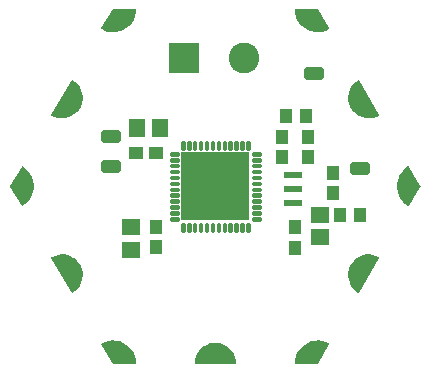
<source format=gbr>
G04 EAGLE Gerber RS-274X export*
G75*
%MOMM*%
%FSLAX34Y34*%
%LPD*%
%INSoldermask Bottom*%
%IPPOS*%
%AMOC8*
5,1,8,0,0,1.08239X$1,22.5*%
G01*
%ADD10R,1.101600X1.201600*%
%ADD11R,1.601600X1.401600*%
%ADD12C,0.225016*%
%ADD13R,5.801588X5.801588*%
%ADD14R,1.501597X0.501600*%
%ADD15R,1.401600X1.601600*%
%ADD16R,1.201600X1.101600*%
%ADD17C,0.605878*%
%ADD18C,1.101600*%
%ADD19R,2.601600X2.601600*%
%ADD20C,2.601600*%

G36*
X363231Y195709D02*
X363231Y195709D01*
X363260Y195706D01*
X363327Y195728D01*
X363397Y195742D01*
X363421Y195759D01*
X363449Y195768D01*
X363502Y195815D01*
X363561Y195855D01*
X363577Y195879D01*
X363599Y195899D01*
X363630Y195963D01*
X363668Y196022D01*
X363673Y196051D01*
X363685Y196077D01*
X363694Y196177D01*
X363701Y196219D01*
X363698Y196229D01*
X363700Y196243D01*
X363468Y199041D01*
X363458Y199075D01*
X363454Y199123D01*
X362765Y201844D01*
X362750Y201876D01*
X362738Y201922D01*
X361610Y204494D01*
X361590Y204522D01*
X361571Y204566D01*
X360035Y206917D01*
X360011Y206941D01*
X359985Y206982D01*
X358083Y209047D01*
X358055Y209068D01*
X358022Y209103D01*
X355807Y210828D01*
X355776Y210843D01*
X355738Y210873D01*
X353268Y212209D01*
X353235Y212219D01*
X353193Y212242D01*
X352007Y212650D01*
X350553Y213149D01*
X350537Y213154D01*
X350503Y213159D01*
X350457Y213174D01*
X347688Y213636D01*
X347653Y213635D01*
X347606Y213643D01*
X344798Y213643D01*
X344764Y213636D01*
X344716Y213636D01*
X341947Y213174D01*
X341914Y213162D01*
X341867Y213154D01*
X339211Y212242D01*
X339181Y212225D01*
X339136Y212209D01*
X336666Y210873D01*
X336640Y210851D01*
X336597Y210828D01*
X334382Y209103D01*
X334359Y209077D01*
X334321Y209047D01*
X332419Y206982D01*
X332401Y206952D01*
X332369Y206917D01*
X330833Y204566D01*
X330820Y204534D01*
X330794Y204494D01*
X329666Y201922D01*
X329659Y201889D01*
X329656Y201882D01*
X329650Y201873D01*
X329649Y201867D01*
X329639Y201844D01*
X328950Y199123D01*
X328948Y199088D01*
X328936Y199041D01*
X328704Y196243D01*
X328708Y196214D01*
X328703Y196185D01*
X328720Y196116D01*
X328728Y196046D01*
X328742Y196020D01*
X328749Y195992D01*
X328791Y195935D01*
X328826Y195873D01*
X328850Y195855D01*
X328867Y195832D01*
X328928Y195796D01*
X328985Y195753D01*
X329013Y195745D01*
X329038Y195730D01*
X329136Y195714D01*
X329177Y195703D01*
X329188Y195705D01*
X329202Y195703D01*
X363202Y195703D01*
X363231Y195709D01*
G37*
G36*
X224809Y256012D02*
X224809Y256012D01*
X224880Y256009D01*
X224907Y256019D01*
X224936Y256021D01*
X225026Y256063D01*
X225066Y256078D01*
X225074Y256086D01*
X225087Y256092D01*
X227390Y257691D01*
X227414Y257717D01*
X227454Y257744D01*
X229463Y259701D01*
X229482Y259730D01*
X229517Y259763D01*
X231176Y262024D01*
X231191Y262055D01*
X231220Y262094D01*
X232484Y264597D01*
X232493Y264631D01*
X232515Y264674D01*
X233351Y267351D01*
X233354Y267385D01*
X233369Y267431D01*
X233752Y270210D01*
X233750Y270244D01*
X233756Y270292D01*
X233677Y273095D01*
X233669Y273129D01*
X233668Y273177D01*
X233129Y275929D01*
X233115Y275961D01*
X233106Y276009D01*
X232121Y278634D01*
X232106Y278659D01*
X232101Y278679D01*
X232093Y278690D01*
X232086Y278709D01*
X230682Y281137D01*
X230659Y281163D01*
X230635Y281205D01*
X228851Y283368D01*
X228824Y283390D01*
X228793Y283427D01*
X226677Y285268D01*
X226647Y285285D01*
X226611Y285317D01*
X224220Y286784D01*
X224188Y286795D01*
X224147Y286821D01*
X221548Y287874D01*
X221514Y287881D01*
X221469Y287899D01*
X218732Y288510D01*
X218697Y288511D01*
X218650Y288522D01*
X215850Y288674D01*
X215816Y288669D01*
X215768Y288672D01*
X212980Y288362D01*
X212947Y288351D01*
X212899Y288346D01*
X210201Y287581D01*
X210171Y287565D01*
X210124Y287552D01*
X207589Y286353D01*
X207565Y286336D01*
X207538Y286326D01*
X207486Y286277D01*
X207429Y286234D01*
X207415Y286209D01*
X207394Y286189D01*
X207365Y286124D01*
X207329Y286063D01*
X207326Y286034D01*
X207314Y286007D01*
X207313Y285936D01*
X207304Y285865D01*
X207312Y285837D01*
X207312Y285808D01*
X207346Y285715D01*
X207358Y285674D01*
X207365Y285665D01*
X207370Y285652D01*
X224370Y256252D01*
X224389Y256230D01*
X224402Y256204D01*
X224455Y256156D01*
X224502Y256103D01*
X224528Y256091D01*
X224550Y256071D01*
X224617Y256048D01*
X224681Y256018D01*
X224710Y256016D01*
X224738Y256007D01*
X224809Y256012D01*
G37*
G36*
X476588Y403735D02*
X476588Y403735D01*
X476636Y403732D01*
X479424Y404042D01*
X479457Y404053D01*
X479505Y404058D01*
X482203Y404823D01*
X482233Y404839D01*
X482280Y404852D01*
X484815Y406051D01*
X484839Y406068D01*
X484866Y406078D01*
X484918Y406127D01*
X484975Y406170D01*
X484989Y406195D01*
X485011Y406215D01*
X485039Y406280D01*
X485075Y406342D01*
X485078Y406370D01*
X485090Y406397D01*
X485091Y406468D01*
X485100Y406539D01*
X485092Y406567D01*
X485092Y406596D01*
X485058Y406689D01*
X485046Y406730D01*
X485039Y406739D01*
X485034Y406752D01*
X468034Y436152D01*
X468015Y436174D01*
X468002Y436200D01*
X467949Y436248D01*
X467902Y436301D01*
X467876Y436313D01*
X467854Y436333D01*
X467787Y436356D01*
X467723Y436386D01*
X467694Y436388D01*
X467666Y436397D01*
X467595Y436392D01*
X467524Y436395D01*
X467497Y436385D01*
X467468Y436383D01*
X467378Y436341D01*
X467338Y436326D01*
X467330Y436318D01*
X467317Y436312D01*
X465014Y434713D01*
X464990Y434688D01*
X464950Y434660D01*
X462941Y432703D01*
X462922Y432674D01*
X462887Y432641D01*
X461228Y430380D01*
X461213Y430349D01*
X461184Y430310D01*
X459920Y427807D01*
X459911Y427773D01*
X459889Y427730D01*
X459053Y425053D01*
X459050Y425019D01*
X459035Y424973D01*
X458652Y422194D01*
X458654Y422160D01*
X458648Y422112D01*
X458727Y419309D01*
X458735Y419275D01*
X458736Y419227D01*
X459275Y416475D01*
X459289Y416443D01*
X459298Y416395D01*
X460283Y413770D01*
X460301Y413740D01*
X460318Y413695D01*
X461722Y411267D01*
X461745Y411241D01*
X461769Y411200D01*
X463553Y409036D01*
X463580Y409014D01*
X463611Y408977D01*
X465727Y407136D01*
X465757Y407119D01*
X465793Y407088D01*
X468184Y405620D01*
X468216Y405609D01*
X468257Y405583D01*
X470856Y404530D01*
X470890Y404523D01*
X470935Y404505D01*
X473672Y403894D01*
X473707Y403893D01*
X473754Y403882D01*
X476554Y403730D01*
X476588Y403735D01*
G37*
G36*
X467628Y256013D02*
X467628Y256013D01*
X467699Y256012D01*
X467726Y256023D01*
X467755Y256027D01*
X467817Y256061D01*
X467882Y256089D01*
X467903Y256110D01*
X467928Y256124D01*
X467991Y256200D01*
X468021Y256231D01*
X468025Y256241D01*
X468034Y256252D01*
X485034Y285652D01*
X485043Y285680D01*
X485060Y285704D01*
X485075Y285773D01*
X485097Y285841D01*
X485095Y285870D01*
X485101Y285898D01*
X485088Y285968D01*
X485082Y286039D01*
X485069Y286065D01*
X485063Y286093D01*
X485023Y286152D01*
X484991Y286215D01*
X484968Y286234D01*
X484952Y286258D01*
X484870Y286315D01*
X484837Y286342D01*
X484827Y286345D01*
X484815Y286353D01*
X482280Y287552D01*
X482246Y287560D01*
X482203Y287581D01*
X479505Y288346D01*
X479470Y288348D01*
X479424Y288362D01*
X476636Y288672D01*
X476602Y288669D01*
X476554Y288674D01*
X473754Y288522D01*
X473720Y288513D01*
X473672Y288510D01*
X470935Y287899D01*
X470903Y287885D01*
X470856Y287874D01*
X468257Y286821D01*
X468228Y286802D01*
X468184Y286784D01*
X465793Y285317D01*
X465768Y285293D01*
X465727Y285268D01*
X463611Y283427D01*
X463590Y283400D01*
X463553Y283368D01*
X461769Y281205D01*
X461753Y281174D01*
X461722Y281137D01*
X460318Y278709D01*
X460307Y278676D01*
X460300Y278663D01*
X460290Y278649D01*
X460290Y278646D01*
X460283Y278634D01*
X459298Y276009D01*
X459292Y275974D01*
X459275Y275929D01*
X458736Y273177D01*
X458736Y273143D01*
X458727Y273095D01*
X458648Y270292D01*
X458654Y270258D01*
X458652Y270210D01*
X459035Y267431D01*
X459047Y267399D01*
X459053Y267351D01*
X459889Y264674D01*
X459906Y264643D01*
X459920Y264597D01*
X461184Y262094D01*
X461206Y262067D01*
X461228Y262024D01*
X462887Y259763D01*
X462913Y259740D01*
X462941Y259701D01*
X464950Y257744D01*
X464979Y257725D01*
X465014Y257691D01*
X467317Y256092D01*
X467344Y256080D01*
X467367Y256062D01*
X467435Y256041D01*
X467500Y256013D01*
X467529Y256013D01*
X467557Y256005D01*
X467628Y256013D01*
G37*
G36*
X218650Y403882D02*
X218650Y403882D01*
X218684Y403891D01*
X218732Y403894D01*
X221469Y404505D01*
X221501Y404519D01*
X221548Y404530D01*
X224147Y405583D01*
X224176Y405602D01*
X224220Y405620D01*
X226611Y407088D01*
X226636Y407111D01*
X226677Y407136D01*
X228793Y408977D01*
X228814Y409004D01*
X228851Y409036D01*
X230635Y411200D01*
X230651Y411230D01*
X230682Y411267D01*
X232086Y413695D01*
X232097Y413728D01*
X232121Y413770D01*
X233106Y416395D01*
X233112Y416430D01*
X233129Y416475D01*
X233668Y419227D01*
X233668Y419262D01*
X233677Y419309D01*
X233756Y422112D01*
X233751Y422146D01*
X233752Y422194D01*
X233369Y424973D01*
X233357Y425005D01*
X233351Y425053D01*
X232515Y427730D01*
X232498Y427761D01*
X232484Y427807D01*
X231220Y430310D01*
X231198Y430337D01*
X231176Y430380D01*
X229517Y432641D01*
X229491Y432664D01*
X229463Y432703D01*
X227454Y434660D01*
X227425Y434679D01*
X227390Y434713D01*
X225087Y436312D01*
X225060Y436324D01*
X225037Y436342D01*
X224969Y436363D01*
X224904Y436391D01*
X224875Y436391D01*
X224847Y436399D01*
X224776Y436391D01*
X224705Y436392D01*
X224678Y436381D01*
X224649Y436377D01*
X224587Y436343D01*
X224522Y436315D01*
X224501Y436294D01*
X224476Y436280D01*
X224413Y436204D01*
X224383Y436173D01*
X224379Y436163D01*
X224370Y436152D01*
X207370Y406752D01*
X207361Y406724D01*
X207344Y406700D01*
X207329Y406631D01*
X207307Y406563D01*
X207309Y406534D01*
X207303Y406506D01*
X207316Y406436D01*
X207322Y406365D01*
X207335Y406339D01*
X207341Y406311D01*
X207381Y406252D01*
X207413Y406189D01*
X207436Y406170D01*
X207452Y406146D01*
X207534Y406089D01*
X207567Y406062D01*
X207577Y406059D01*
X207589Y406051D01*
X210124Y404852D01*
X210158Y404844D01*
X210201Y404823D01*
X212899Y404058D01*
X212934Y404056D01*
X212980Y404042D01*
X215768Y403732D01*
X215802Y403735D01*
X215850Y403730D01*
X218650Y403882D01*
G37*
G36*
X509929Y329213D02*
X509929Y329213D01*
X510000Y329213D01*
X510027Y329224D01*
X510056Y329227D01*
X510118Y329262D01*
X510183Y329290D01*
X510204Y329310D01*
X510229Y329325D01*
X510292Y329402D01*
X510322Y329432D01*
X510326Y329442D01*
X510335Y329453D01*
X519835Y345953D01*
X519845Y345985D01*
X519854Y345998D01*
X519858Y346022D01*
X519859Y346026D01*
X519890Y346096D01*
X519890Y346120D01*
X519898Y346142D01*
X519892Y346218D01*
X519893Y346295D01*
X519883Y346319D01*
X519882Y346340D01*
X519861Y346379D01*
X519835Y346451D01*
X510335Y362951D01*
X510316Y362973D01*
X510303Y362999D01*
X510250Y363047D01*
X510203Y363100D01*
X510177Y363113D01*
X510156Y363132D01*
X510088Y363155D01*
X510024Y363186D01*
X509995Y363188D01*
X509968Y363197D01*
X509896Y363192D01*
X509825Y363195D01*
X509798Y363185D01*
X509769Y363183D01*
X509679Y363141D01*
X509639Y363126D01*
X509631Y363119D01*
X509618Y363113D01*
X507095Y361371D01*
X507071Y361347D01*
X507033Y361320D01*
X504821Y359196D01*
X504802Y359168D01*
X504768Y359136D01*
X502926Y356685D01*
X502912Y356654D01*
X502883Y356617D01*
X501458Y353902D01*
X501449Y353871D01*
X501433Y353846D01*
X501432Y353838D01*
X501427Y353828D01*
X500456Y350920D01*
X500452Y350886D01*
X500437Y350842D01*
X499945Y347815D01*
X499946Y347781D01*
X499938Y347735D01*
X499938Y344669D01*
X499939Y344665D01*
X499939Y344663D01*
X499945Y344636D01*
X499945Y344589D01*
X500437Y341562D01*
X500449Y341531D01*
X500456Y341484D01*
X501427Y338576D01*
X501444Y338547D01*
X501458Y338502D01*
X502883Y335787D01*
X502905Y335761D01*
X502926Y335719D01*
X504768Y333268D01*
X504793Y333245D01*
X504821Y333208D01*
X507033Y331084D01*
X507061Y331066D01*
X507095Y331033D01*
X509618Y329291D01*
X509645Y329280D01*
X509667Y329261D01*
X509736Y329241D01*
X509801Y329213D01*
X509830Y329213D01*
X509858Y329205D01*
X509929Y329213D01*
G37*
G36*
X182508Y329212D02*
X182508Y329212D01*
X182579Y329209D01*
X182606Y329219D01*
X182635Y329221D01*
X182725Y329263D01*
X182765Y329278D01*
X182773Y329285D01*
X182786Y329291D01*
X185309Y331033D01*
X185333Y331057D01*
X185371Y331084D01*
X187583Y333208D01*
X187602Y333236D01*
X187636Y333268D01*
X189478Y335719D01*
X189492Y335750D01*
X189521Y335787D01*
X190946Y338502D01*
X190955Y338535D01*
X190977Y338576D01*
X191948Y341484D01*
X191952Y341518D01*
X191967Y341562D01*
X192459Y344589D01*
X192458Y344623D01*
X192466Y344669D01*
X192466Y347735D01*
X192459Y347768D01*
X192459Y347815D01*
X191967Y350842D01*
X191955Y350873D01*
X191948Y350920D01*
X190977Y353828D01*
X190964Y353851D01*
X190958Y353876D01*
X190951Y353885D01*
X190946Y353902D01*
X189521Y356617D01*
X189499Y356643D01*
X189478Y356685D01*
X187636Y359136D01*
X187611Y359159D01*
X187583Y359196D01*
X185371Y361320D01*
X185343Y361338D01*
X185309Y361371D01*
X182786Y363113D01*
X182759Y363124D01*
X182737Y363143D01*
X182668Y363163D01*
X182603Y363191D01*
X182574Y363191D01*
X182546Y363199D01*
X182475Y363191D01*
X182404Y363192D01*
X182377Y363180D01*
X182348Y363177D01*
X182286Y363142D01*
X182221Y363114D01*
X182200Y363094D01*
X182175Y363079D01*
X182112Y363002D01*
X182082Y362972D01*
X182078Y362962D01*
X182069Y362951D01*
X172569Y346451D01*
X172545Y346378D01*
X172514Y346308D01*
X172514Y346284D01*
X172506Y346262D01*
X172513Y346186D01*
X172512Y346109D01*
X172521Y346085D01*
X172522Y346064D01*
X172543Y346025D01*
X172562Y345973D01*
X172563Y345967D01*
X172565Y345965D01*
X172569Y345953D01*
X182069Y329453D01*
X182088Y329431D01*
X182101Y329405D01*
X182154Y329357D01*
X182201Y329304D01*
X182227Y329291D01*
X182249Y329272D01*
X182316Y329249D01*
X182380Y329218D01*
X182409Y329217D01*
X182436Y329207D01*
X182508Y329212D01*
G37*
G36*
X432878Y195718D02*
X432878Y195718D01*
X432956Y195727D01*
X432975Y195738D01*
X432997Y195742D01*
X433061Y195786D01*
X433129Y195825D01*
X433145Y195844D01*
X433161Y195855D01*
X433185Y195893D01*
X433235Y195953D01*
X442735Y212453D01*
X442744Y212480D01*
X442760Y212504D01*
X442775Y212574D01*
X442798Y212642D01*
X442795Y212670D01*
X442801Y212698D01*
X442788Y212769D01*
X442782Y212840D01*
X442769Y212865D01*
X442763Y212893D01*
X442723Y212953D01*
X442690Y213016D01*
X442668Y213034D01*
X442652Y213058D01*
X442569Y213116D01*
X442537Y213143D01*
X442526Y213146D01*
X442516Y213153D01*
X439750Y214462D01*
X439717Y214470D01*
X439674Y214490D01*
X436734Y215338D01*
X436700Y215341D01*
X436656Y215354D01*
X433618Y215719D01*
X433584Y215716D01*
X433537Y215722D01*
X430480Y215595D01*
X430447Y215587D01*
X430400Y215586D01*
X427403Y214970D01*
X427372Y214957D01*
X427326Y214948D01*
X424466Y213859D01*
X424438Y213841D01*
X424394Y213825D01*
X421746Y212291D01*
X421720Y212269D01*
X421680Y212246D01*
X419312Y210308D01*
X419290Y210281D01*
X419254Y210252D01*
X417227Y207959D01*
X417211Y207930D01*
X417179Y207895D01*
X415547Y205307D01*
X415535Y205275D01*
X415510Y205236D01*
X414314Y202419D01*
X414307Y202386D01*
X414304Y202379D01*
X414300Y202373D01*
X414299Y202367D01*
X414288Y202343D01*
X413560Y199371D01*
X413558Y199337D01*
X413547Y199292D01*
X413304Y196242D01*
X413308Y196213D01*
X413303Y196185D01*
X413320Y196116D01*
X413328Y196044D01*
X413343Y196020D01*
X413349Y195992D01*
X413392Y195934D01*
X413428Y195872D01*
X413450Y195855D01*
X413467Y195832D01*
X413529Y195795D01*
X413586Y195752D01*
X413614Y195745D01*
X413638Y195730D01*
X413738Y195714D01*
X413779Y195703D01*
X413789Y195705D01*
X413802Y195703D01*
X432802Y195703D01*
X432878Y195718D01*
G37*
G36*
X433571Y476687D02*
X433571Y476687D01*
X433618Y476685D01*
X436656Y477050D01*
X436688Y477061D01*
X436734Y477066D01*
X439674Y477914D01*
X439704Y477930D01*
X439750Y477942D01*
X442516Y479251D01*
X442538Y479268D01*
X442565Y479278D01*
X442617Y479327D01*
X442675Y479370D01*
X442689Y479395D01*
X442710Y479414D01*
X442739Y479480D01*
X442775Y479542D01*
X442778Y479570D01*
X442790Y479596D01*
X442791Y479668D01*
X442800Y479739D01*
X442792Y479766D01*
X442793Y479795D01*
X442757Y479890D01*
X442746Y479930D01*
X442739Y479939D01*
X442735Y479951D01*
X433235Y496451D01*
X433183Y496510D01*
X433137Y496572D01*
X433118Y496583D01*
X433103Y496600D01*
X433033Y496634D01*
X432966Y496674D01*
X432942Y496678D01*
X432924Y496686D01*
X432879Y496688D01*
X432802Y496701D01*
X413802Y496701D01*
X413774Y496696D01*
X413746Y496698D01*
X413678Y496676D01*
X413607Y496662D01*
X413584Y496646D01*
X413557Y496637D01*
X413502Y496590D01*
X413443Y496549D01*
X413428Y496525D01*
X413407Y496507D01*
X413375Y496442D01*
X413336Y496382D01*
X413331Y496354D01*
X413319Y496328D01*
X413310Y496227D01*
X413303Y496185D01*
X413305Y496175D01*
X413304Y496162D01*
X413547Y493112D01*
X413556Y493080D01*
X413560Y493033D01*
X414288Y490061D01*
X414303Y490030D01*
X414314Y489985D01*
X415510Y487168D01*
X415529Y487140D01*
X415547Y487097D01*
X417179Y484509D01*
X417203Y484485D01*
X417227Y484445D01*
X419254Y482152D01*
X419281Y482132D01*
X419312Y482096D01*
X421680Y480158D01*
X421710Y480142D01*
X421746Y480113D01*
X424394Y478580D01*
X424426Y478569D01*
X424466Y478545D01*
X427326Y477457D01*
X427359Y477451D01*
X427403Y477434D01*
X430400Y476818D01*
X430434Y476818D01*
X430480Y476809D01*
X433537Y476682D01*
X433571Y476687D01*
G37*
G36*
X278630Y195708D02*
X278630Y195708D01*
X278658Y195706D01*
X278726Y195728D01*
X278797Y195742D01*
X278820Y195758D01*
X278847Y195767D01*
X278902Y195814D01*
X278961Y195855D01*
X278976Y195879D01*
X278998Y195897D01*
X279029Y195962D01*
X279068Y196022D01*
X279073Y196050D01*
X279085Y196076D01*
X279094Y196177D01*
X279101Y196219D01*
X279099Y196229D01*
X279100Y196242D01*
X278857Y199292D01*
X278848Y199324D01*
X278844Y199371D01*
X278116Y202343D01*
X278101Y202374D01*
X278090Y202419D01*
X276894Y205236D01*
X276875Y205264D01*
X276857Y205307D01*
X275225Y207895D01*
X275201Y207919D01*
X275177Y207959D01*
X273150Y210252D01*
X273123Y210272D01*
X273092Y210308D01*
X270725Y212246D01*
X270694Y212262D01*
X270658Y212291D01*
X268010Y213825D01*
X267978Y213835D01*
X267938Y213859D01*
X265078Y214948D01*
X265045Y214953D01*
X265001Y214970D01*
X262004Y215586D01*
X261970Y215586D01*
X261924Y215595D01*
X258867Y215722D01*
X258833Y215717D01*
X258786Y215719D01*
X255748Y215354D01*
X255716Y215343D01*
X255670Y215338D01*
X252730Y214490D01*
X252700Y214474D01*
X252655Y214462D01*
X249889Y213153D01*
X249866Y213136D01*
X249839Y213126D01*
X249787Y213077D01*
X249729Y213034D01*
X249715Y213009D01*
X249694Y212990D01*
X249665Y212924D01*
X249629Y212862D01*
X249626Y212834D01*
X249614Y212808D01*
X249613Y212736D01*
X249604Y212665D01*
X249612Y212638D01*
X249612Y212609D01*
X249647Y212514D01*
X249658Y212474D01*
X249665Y212465D01*
X249669Y212453D01*
X259169Y195953D01*
X259221Y195895D01*
X259267Y195832D01*
X259286Y195821D01*
X259301Y195804D01*
X259371Y195770D01*
X259438Y195730D01*
X259463Y195726D01*
X259480Y195718D01*
X259525Y195716D01*
X259602Y195703D01*
X278602Y195703D01*
X278630Y195708D01*
G37*
G36*
X261924Y476809D02*
X261924Y476809D01*
X261957Y476817D01*
X262004Y476818D01*
X265001Y477434D01*
X265032Y477447D01*
X265078Y477457D01*
X267938Y478545D01*
X267967Y478563D01*
X268010Y478580D01*
X270658Y480113D01*
X270684Y480135D01*
X270725Y480158D01*
X273092Y482096D01*
X273114Y482123D01*
X273150Y482152D01*
X275177Y484445D01*
X275194Y484474D01*
X275225Y484509D01*
X276857Y487097D01*
X276869Y487129D01*
X276894Y487168D01*
X278090Y489985D01*
X278097Y490018D01*
X278116Y490061D01*
X278844Y493033D01*
X278846Y493067D01*
X278857Y493112D01*
X279100Y496162D01*
X279096Y496191D01*
X279101Y496219D01*
X279084Y496288D01*
X279076Y496360D01*
X279062Y496384D01*
X279055Y496412D01*
X279012Y496470D01*
X278977Y496532D01*
X278954Y496549D01*
X278937Y496572D01*
X278875Y496609D01*
X278818Y496652D01*
X278790Y496659D01*
X278766Y496674D01*
X278666Y496690D01*
X278625Y496701D01*
X278615Y496699D01*
X278602Y496701D01*
X259602Y496701D01*
X259526Y496686D01*
X259448Y496677D01*
X259429Y496666D01*
X259407Y496662D01*
X259343Y496618D01*
X259275Y496579D01*
X259259Y496560D01*
X259243Y496549D01*
X259219Y496511D01*
X259169Y496451D01*
X249669Y479951D01*
X249660Y479924D01*
X249644Y479900D01*
X249629Y479830D01*
X249606Y479762D01*
X249609Y479734D01*
X249603Y479706D01*
X249617Y479636D01*
X249622Y479564D01*
X249635Y479539D01*
X249641Y479511D01*
X249681Y479451D01*
X249714Y479388D01*
X249736Y479370D01*
X249752Y479346D01*
X249835Y479288D01*
X249867Y479261D01*
X249878Y479258D01*
X249889Y479251D01*
X252655Y477942D01*
X252688Y477934D01*
X252730Y477914D01*
X255670Y477066D01*
X255704Y477063D01*
X255748Y477050D01*
X258786Y476685D01*
X258820Y476688D01*
X258867Y476682D01*
X261924Y476809D01*
G37*
D10*
X445794Y340211D03*
X445794Y357211D03*
D11*
X434338Y303140D03*
X434338Y322140D03*
D12*
X377819Y373069D02*
X377819Y374335D01*
X383585Y374335D01*
X383585Y373069D01*
X377819Y373069D01*
X377819Y369335D02*
X377819Y368069D01*
X377819Y369335D02*
X383585Y369335D01*
X383585Y368069D01*
X377819Y368069D01*
X377819Y364335D02*
X377819Y363069D01*
X377819Y364335D02*
X383585Y364335D01*
X383585Y363069D01*
X377819Y363069D01*
X377819Y359335D02*
X377819Y358069D01*
X377819Y359335D02*
X383585Y359335D01*
X383585Y358069D01*
X377819Y358069D01*
X377819Y354335D02*
X377819Y353069D01*
X377819Y354335D02*
X383585Y354335D01*
X383585Y353069D01*
X377819Y353069D01*
X377819Y349335D02*
X377819Y348069D01*
X377819Y349335D02*
X383585Y349335D01*
X383585Y348069D01*
X377819Y348069D01*
X377819Y344335D02*
X377819Y343069D01*
X377819Y344335D02*
X383585Y344335D01*
X383585Y343069D01*
X377819Y343069D01*
X377819Y339335D02*
X377819Y338069D01*
X377819Y339335D02*
X383585Y339335D01*
X383585Y338069D01*
X377819Y338069D01*
X377819Y334335D02*
X377819Y333069D01*
X377819Y334335D02*
X383585Y334335D01*
X383585Y333069D01*
X377819Y333069D01*
X377819Y329335D02*
X377819Y328069D01*
X377819Y329335D02*
X383585Y329335D01*
X383585Y328069D01*
X377819Y328069D01*
X377819Y324335D02*
X377819Y323069D01*
X377819Y324335D02*
X383585Y324335D01*
X383585Y323069D01*
X377819Y323069D01*
X377819Y319335D02*
X377819Y318069D01*
X377819Y319335D02*
X383585Y319335D01*
X383585Y318069D01*
X377819Y318069D01*
X374335Y314585D02*
X373069Y314585D01*
X374335Y314585D02*
X374335Y308819D01*
X373069Y308819D01*
X373069Y314585D01*
X373069Y310956D02*
X374335Y310956D01*
X374335Y313093D02*
X373069Y313093D01*
X369335Y314585D02*
X368069Y314585D01*
X369335Y314585D02*
X369335Y308819D01*
X368069Y308819D01*
X368069Y314585D01*
X368069Y310956D02*
X369335Y310956D01*
X369335Y313093D02*
X368069Y313093D01*
X364335Y314585D02*
X363069Y314585D01*
X364335Y314585D02*
X364335Y308819D01*
X363069Y308819D01*
X363069Y314585D01*
X363069Y310956D02*
X364335Y310956D01*
X364335Y313093D02*
X363069Y313093D01*
X359335Y314585D02*
X358069Y314585D01*
X359335Y314585D02*
X359335Y308819D01*
X358069Y308819D01*
X358069Y314585D01*
X358069Y310956D02*
X359335Y310956D01*
X359335Y313093D02*
X358069Y313093D01*
X354335Y314585D02*
X353069Y314585D01*
X354335Y314585D02*
X354335Y308819D01*
X353069Y308819D01*
X353069Y314585D01*
X353069Y310956D02*
X354335Y310956D01*
X354335Y313093D02*
X353069Y313093D01*
X349335Y314585D02*
X348069Y314585D01*
X349335Y314585D02*
X349335Y308819D01*
X348069Y308819D01*
X348069Y314585D01*
X348069Y310956D02*
X349335Y310956D01*
X349335Y313093D02*
X348069Y313093D01*
X344335Y314585D02*
X343069Y314585D01*
X344335Y314585D02*
X344335Y308819D01*
X343069Y308819D01*
X343069Y314585D01*
X343069Y310956D02*
X344335Y310956D01*
X344335Y313093D02*
X343069Y313093D01*
X339335Y314585D02*
X338069Y314585D01*
X339335Y314585D02*
X339335Y308819D01*
X338069Y308819D01*
X338069Y314585D01*
X338069Y310956D02*
X339335Y310956D01*
X339335Y313093D02*
X338069Y313093D01*
X334335Y314585D02*
X333069Y314585D01*
X334335Y314585D02*
X334335Y308819D01*
X333069Y308819D01*
X333069Y314585D01*
X333069Y310956D02*
X334335Y310956D01*
X334335Y313093D02*
X333069Y313093D01*
X329335Y314585D02*
X328069Y314585D01*
X329335Y314585D02*
X329335Y308819D01*
X328069Y308819D01*
X328069Y314585D01*
X328069Y310956D02*
X329335Y310956D01*
X329335Y313093D02*
X328069Y313093D01*
X324335Y314585D02*
X323069Y314585D01*
X324335Y314585D02*
X324335Y308819D01*
X323069Y308819D01*
X323069Y314585D01*
X323069Y310956D02*
X324335Y310956D01*
X324335Y313093D02*
X323069Y313093D01*
X319335Y314585D02*
X318069Y314585D01*
X319335Y314585D02*
X319335Y308819D01*
X318069Y308819D01*
X318069Y314585D01*
X318069Y310956D02*
X319335Y310956D01*
X319335Y313093D02*
X318069Y313093D01*
X314585Y318069D02*
X314585Y319335D01*
X314585Y318069D02*
X308819Y318069D01*
X308819Y319335D01*
X314585Y319335D01*
X314585Y323069D02*
X314585Y324335D01*
X314585Y323069D02*
X308819Y323069D01*
X308819Y324335D01*
X314585Y324335D01*
X314585Y328069D02*
X314585Y329335D01*
X314585Y328069D02*
X308819Y328069D01*
X308819Y329335D01*
X314585Y329335D01*
X314585Y333069D02*
X314585Y334335D01*
X314585Y333069D02*
X308819Y333069D01*
X308819Y334335D01*
X314585Y334335D01*
X314585Y338069D02*
X314585Y339335D01*
X314585Y338069D02*
X308819Y338069D01*
X308819Y339335D01*
X314585Y339335D01*
X314585Y343069D02*
X314585Y344335D01*
X314585Y343069D02*
X308819Y343069D01*
X308819Y344335D01*
X314585Y344335D01*
X314585Y348069D02*
X314585Y349335D01*
X314585Y348069D02*
X308819Y348069D01*
X308819Y349335D01*
X314585Y349335D01*
X314585Y353069D02*
X314585Y354335D01*
X314585Y353069D02*
X308819Y353069D01*
X308819Y354335D01*
X314585Y354335D01*
X314585Y358069D02*
X314585Y359335D01*
X314585Y358069D02*
X308819Y358069D01*
X308819Y359335D01*
X314585Y359335D01*
X314585Y363069D02*
X314585Y364335D01*
X314585Y363069D02*
X308819Y363069D01*
X308819Y364335D01*
X314585Y364335D01*
X314585Y368069D02*
X314585Y369335D01*
X314585Y368069D02*
X308819Y368069D01*
X308819Y369335D01*
X314585Y369335D01*
X314585Y373069D02*
X314585Y374335D01*
X314585Y373069D02*
X308819Y373069D01*
X308819Y374335D01*
X314585Y374335D01*
X318069Y377819D02*
X319335Y377819D01*
X318069Y377819D02*
X318069Y383585D01*
X319335Y383585D01*
X319335Y377819D01*
X319335Y379956D02*
X318069Y379956D01*
X318069Y382093D02*
X319335Y382093D01*
X323069Y377819D02*
X324335Y377819D01*
X323069Y377819D02*
X323069Y383585D01*
X324335Y383585D01*
X324335Y377819D01*
X324335Y379956D02*
X323069Y379956D01*
X323069Y382093D02*
X324335Y382093D01*
X328069Y377819D02*
X329335Y377819D01*
X328069Y377819D02*
X328069Y383585D01*
X329335Y383585D01*
X329335Y377819D01*
X329335Y379956D02*
X328069Y379956D01*
X328069Y382093D02*
X329335Y382093D01*
X333069Y377819D02*
X334335Y377819D01*
X333069Y377819D02*
X333069Y383585D01*
X334335Y383585D01*
X334335Y377819D01*
X334335Y379956D02*
X333069Y379956D01*
X333069Y382093D02*
X334335Y382093D01*
X338069Y377819D02*
X339335Y377819D01*
X338069Y377819D02*
X338069Y383585D01*
X339335Y383585D01*
X339335Y377819D01*
X339335Y379956D02*
X338069Y379956D01*
X338069Y382093D02*
X339335Y382093D01*
X343069Y377819D02*
X344335Y377819D01*
X343069Y377819D02*
X343069Y383585D01*
X344335Y383585D01*
X344335Y377819D01*
X344335Y379956D02*
X343069Y379956D01*
X343069Y382093D02*
X344335Y382093D01*
X348069Y377819D02*
X349335Y377819D01*
X348069Y377819D02*
X348069Y383585D01*
X349335Y383585D01*
X349335Y377819D01*
X349335Y379956D02*
X348069Y379956D01*
X348069Y382093D02*
X349335Y382093D01*
X353069Y377819D02*
X354335Y377819D01*
X353069Y377819D02*
X353069Y383585D01*
X354335Y383585D01*
X354335Y377819D01*
X354335Y379956D02*
X353069Y379956D01*
X353069Y382093D02*
X354335Y382093D01*
X358069Y377819D02*
X359335Y377819D01*
X358069Y377819D02*
X358069Y383585D01*
X359335Y383585D01*
X359335Y377819D01*
X359335Y379956D02*
X358069Y379956D01*
X358069Y382093D02*
X359335Y382093D01*
X363069Y377819D02*
X364335Y377819D01*
X363069Y377819D02*
X363069Y383585D01*
X364335Y383585D01*
X364335Y377819D01*
X364335Y379956D02*
X363069Y379956D01*
X363069Y382093D02*
X364335Y382093D01*
X368069Y377819D02*
X369335Y377819D01*
X368069Y377819D02*
X368069Y383585D01*
X369335Y383585D01*
X369335Y377819D01*
X369335Y379956D02*
X368069Y379956D01*
X368069Y382093D02*
X369335Y382093D01*
X373069Y377819D02*
X374335Y377819D01*
X373069Y377819D02*
X373069Y383585D01*
X374335Y383585D01*
X374335Y377819D01*
X374335Y379956D02*
X373069Y379956D01*
X373069Y382093D02*
X374335Y382093D01*
D13*
X346202Y346202D03*
D14*
X411587Y356051D03*
X411587Y344051D03*
X411587Y332051D03*
D10*
X422881Y405915D03*
X405881Y405915D03*
D15*
X299153Y395286D03*
X280153Y395286D03*
D11*
X275094Y311682D03*
X275094Y292682D03*
D10*
X413186Y294426D03*
X413186Y311426D03*
D16*
X296061Y374614D03*
X279061Y374614D03*
D10*
X296238Y311628D03*
X296238Y294628D03*
X402767Y371299D03*
X402767Y388299D03*
X424629Y371257D03*
X424629Y388257D03*
X468290Y322120D03*
X451290Y322120D03*
D17*
X262779Y391567D02*
X251821Y391567D01*
X262779Y391567D02*
X262779Y386609D01*
X251821Y386609D01*
X251821Y391567D01*
X251821Y361209D02*
X262779Y361209D01*
X251821Y361209D02*
X251821Y366167D01*
X262779Y366167D01*
X262779Y361209D01*
X423743Y444721D02*
X434701Y444721D01*
X434701Y439763D01*
X423743Y439763D01*
X423743Y444721D01*
X462476Y364428D02*
X473434Y364428D01*
X473434Y359470D01*
X462476Y359470D01*
X462476Y364428D01*
D18*
X428802Y489302D03*
X511402Y346202D03*
X428802Y203102D03*
X263602Y203102D03*
X181002Y346202D03*
X263602Y489302D03*
X470102Y417702D03*
X470102Y274702D03*
X346202Y203102D03*
X222302Y274702D03*
X222302Y417702D03*
D19*
X320022Y455130D03*
D20*
X370822Y455130D03*
M02*

</source>
